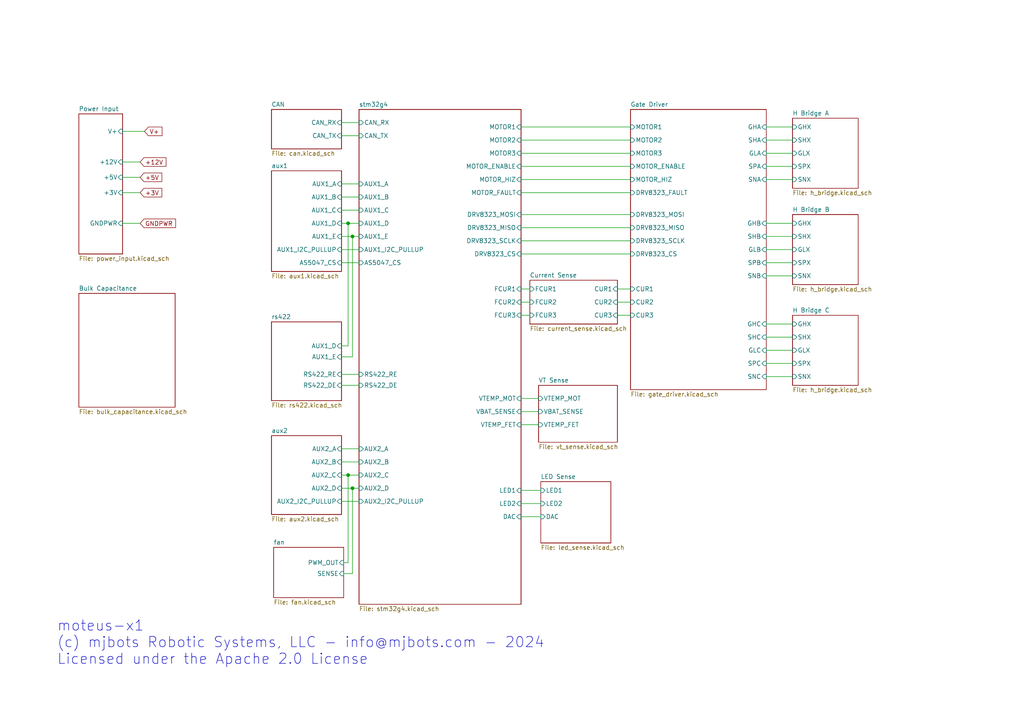
<source format=kicad_sch>
(kicad_sch
	(version 20231120)
	(generator "eeschema")
	(generator_version "8.0")
	(uuid "bd70986b-b0dc-4add-82aa-78459b97d0c4")
	(paper "A4")
	(title_block
		(title "moteus-x1")
		(rev "1")
	)
	(lib_symbols)
	(junction
		(at 102.235 68.58)
		(diameter 0)
		(color 0 0 0 0)
		(uuid "4689c3db-ac31-414a-9804-e465a338b3c6")
	)
	(junction
		(at 102.235 141.605)
		(diameter 0)
		(color 0 0 0 0)
		(uuid "a0ba279f-840b-4b8a-a1d2-1f12355bedd0")
	)
	(junction
		(at 100.965 137.795)
		(diameter 0)
		(color 0 0 0 0)
		(uuid "b9ad27d4-179b-4d5b-be88-a966dd1590a7")
	)
	(junction
		(at 100.965 64.77)
		(diameter 0)
		(color 0 0 0 0)
		(uuid "e329bc9e-c050-4a39-9337-0a905375fb9a")
	)
	(wire
		(pts
			(xy 222.25 40.64) (xy 229.87 40.64)
		)
		(stroke
			(width 0)
			(type default)
		)
		(uuid "0453d13e-9080-4435-bba4-fa9a0ddcebb0")
	)
	(wire
		(pts
			(xy 222.25 72.39) (xy 229.87 72.39)
		)
		(stroke
			(width 0)
			(type default)
		)
		(uuid "06cebf6d-32e3-4fe3-944f-1dadb524f351")
	)
	(wire
		(pts
			(xy 151.13 142.24) (xy 156.845 142.24)
		)
		(stroke
			(width 0)
			(type default)
		)
		(uuid "0ce49f48-dce4-4281-9bcf-a2df52ef3e9f")
	)
	(wire
		(pts
			(xy 99.695 163.195) (xy 100.965 163.195)
		)
		(stroke
			(width 0)
			(type default)
		)
		(uuid "0fec4b5f-6394-4fc2-9cc6-ba7dbb5c4d08")
	)
	(wire
		(pts
			(xy 222.25 101.6) (xy 229.87 101.6)
		)
		(stroke
			(width 0)
			(type default)
		)
		(uuid "1033ac11-18b4-4320-97dd-9f009dcd35e6")
	)
	(wire
		(pts
			(xy 102.235 103.505) (xy 102.235 68.58)
		)
		(stroke
			(width 0)
			(type default)
		)
		(uuid "16d3abe3-e0a5-48fe-95f2-379af004d475")
	)
	(wire
		(pts
			(xy 99.06 72.39) (xy 104.14 72.39)
		)
		(stroke
			(width 0)
			(type default)
		)
		(uuid "17ca9ca2-f5d1-4e76-b5a0-4f7567dde33a")
	)
	(wire
		(pts
			(xy 151.13 91.44) (xy 153.67 91.44)
		)
		(stroke
			(width 0)
			(type default)
		)
		(uuid "1865345f-fe97-471a-9109-72d0ada36363")
	)
	(wire
		(pts
			(xy 99.06 53.34) (xy 104.14 53.34)
		)
		(stroke
			(width 0)
			(type default)
		)
		(uuid "1ec38ec3-0093-4da9-b03a-57f768c9a937")
	)
	(wire
		(pts
			(xy 99.06 108.585) (xy 104.14 108.585)
		)
		(stroke
			(width 0)
			(type default)
		)
		(uuid "22b3dcc8-4c69-4214-bbb4-6b7132c04d24")
	)
	(wire
		(pts
			(xy 222.25 36.83) (xy 229.87 36.83)
		)
		(stroke
			(width 0)
			(type default)
		)
		(uuid "24001307-4503-463f-9e64-b03ff696eac6")
	)
	(wire
		(pts
			(xy 151.13 40.64) (xy 182.88 40.64)
		)
		(stroke
			(width 0)
			(type default)
		)
		(uuid "2c766db2-a1c1-4d45-882e-6e2b971b0721")
	)
	(wire
		(pts
			(xy 179.07 91.44) (xy 182.88 91.44)
		)
		(stroke
			(width 0)
			(type default)
		)
		(uuid "33b92c91-c855-4ed8-a118-03f490120128")
	)
	(wire
		(pts
			(xy 222.25 48.26) (xy 229.87 48.26)
		)
		(stroke
			(width 0)
			(type default)
		)
		(uuid "3697ced4-034c-4d38-9978-7841bc5ec705")
	)
	(wire
		(pts
			(xy 151.13 36.83) (xy 182.88 36.83)
		)
		(stroke
			(width 0)
			(type default)
		)
		(uuid "37eacf1f-e12b-449f-be81-415a3cf7c255")
	)
	(wire
		(pts
			(xy 99.06 64.77) (xy 100.965 64.77)
		)
		(stroke
			(width 0)
			(type default)
		)
		(uuid "3b070ee2-69ea-4a8e-8387-bce930f11d2c")
	)
	(wire
		(pts
			(xy 99.06 60.96) (xy 104.14 60.96)
		)
		(stroke
			(width 0)
			(type default)
		)
		(uuid "3c6cdbdd-80a6-4106-a104-ecf2b8dcdc78")
	)
	(wire
		(pts
			(xy 35.56 46.99) (xy 40.64 46.99)
		)
		(stroke
			(width 0)
			(type default)
		)
		(uuid "3f859729-98e6-45ff-883d-857a73e08075")
	)
	(wire
		(pts
			(xy 151.13 87.63) (xy 153.67 87.63)
		)
		(stroke
			(width 0)
			(type default)
		)
		(uuid "41888145-369c-4744-af8a-6f546c2f535e")
	)
	(wire
		(pts
			(xy 222.25 109.22) (xy 229.87 109.22)
		)
		(stroke
			(width 0)
			(type default)
		)
		(uuid "4206b13f-87f6-4911-a518-70be2f7bf3b6")
	)
	(wire
		(pts
			(xy 222.25 64.77) (xy 229.87 64.77)
		)
		(stroke
			(width 0)
			(type default)
		)
		(uuid "43830f74-4b7a-41f1-a6fd-b5d139b546fe")
	)
	(wire
		(pts
			(xy 35.56 64.77) (xy 40.64 64.77)
		)
		(stroke
			(width 0)
			(type default)
		)
		(uuid "463da0ce-dcdb-40a9-9496-18c3ea487abf")
	)
	(wire
		(pts
			(xy 179.07 87.63) (xy 182.88 87.63)
		)
		(stroke
			(width 0)
			(type default)
		)
		(uuid "481e7171-3215-4a72-925a-c2c2e16bec08")
	)
	(wire
		(pts
			(xy 99.06 137.795) (xy 100.965 137.795)
		)
		(stroke
			(width 0)
			(type default)
		)
		(uuid "4bccdd40-a79b-4a84-9488-170b62bc37aa")
	)
	(wire
		(pts
			(xy 99.06 111.76) (xy 104.14 111.76)
		)
		(stroke
			(width 0)
			(type default)
		)
		(uuid "4ca6e942-9117-4263-9c0b-70064f76c139")
	)
	(wire
		(pts
			(xy 151.13 83.82) (xy 153.67 83.82)
		)
		(stroke
			(width 0)
			(type default)
		)
		(uuid "4d9100c2-9bbc-45c4-beb1-738fa3de1d21")
	)
	(wire
		(pts
			(xy 222.25 97.79) (xy 229.87 97.79)
		)
		(stroke
			(width 0)
			(type default)
		)
		(uuid "4e3b4b01-870a-4a40-8b1d-bd18afe20538")
	)
	(wire
		(pts
			(xy 99.06 39.37) (xy 104.14 39.37)
		)
		(stroke
			(width 0)
			(type default)
		)
		(uuid "4e9818c5-7afe-4557-93db-958cbe51a646")
	)
	(wire
		(pts
			(xy 99.06 103.505) (xy 102.235 103.505)
		)
		(stroke
			(width 0)
			(type default)
		)
		(uuid "4f86bcd5-b129-4485-94a9-d3e4782a9e55")
	)
	(wire
		(pts
			(xy 99.06 76.2) (xy 104.14 76.2)
		)
		(stroke
			(width 0)
			(type default)
		)
		(uuid "53d35f48-69dd-4635-80ca-a660570cf0ad")
	)
	(wire
		(pts
			(xy 222.25 93.98) (xy 229.87 93.98)
		)
		(stroke
			(width 0)
			(type default)
		)
		(uuid "599dc9c1-f4f2-4c7a-9e70-5695e720f4be")
	)
	(wire
		(pts
			(xy 151.13 149.86) (xy 156.845 149.86)
		)
		(stroke
			(width 0)
			(type default)
		)
		(uuid "5e6f1ca1-1a80-47a4-a51c-517d5d70a497")
	)
	(wire
		(pts
			(xy 99.06 141.605) (xy 102.235 141.605)
		)
		(stroke
			(width 0)
			(type default)
		)
		(uuid "5ffd32fc-61c8-4e9c-bb5f-3b8d9b302d51")
	)
	(wire
		(pts
			(xy 151.13 146.05) (xy 156.845 146.05)
		)
		(stroke
			(width 0)
			(type default)
		)
		(uuid "60edda18-6d18-461e-8d25-f564d22a903a")
	)
	(wire
		(pts
			(xy 100.965 64.77) (xy 104.14 64.77)
		)
		(stroke
			(width 0)
			(type default)
		)
		(uuid "657031fc-ecd2-4c7f-9aff-b52425709fa0")
	)
	(wire
		(pts
			(xy 222.25 80.01) (xy 229.87 80.01)
		)
		(stroke
			(width 0)
			(type default)
		)
		(uuid "66322f1e-d1e0-4ec7-81b9-3a270ade5f8c")
	)
	(wire
		(pts
			(xy 222.25 44.45) (xy 229.87 44.45)
		)
		(stroke
			(width 0)
			(type default)
		)
		(uuid "764fc7a8-bd12-4cc1-8ba1-5aff1b2b240b")
	)
	(wire
		(pts
			(xy 179.07 83.82) (xy 182.88 83.82)
		)
		(stroke
			(width 0)
			(type default)
		)
		(uuid "796052cc-1a7f-4514-98b6-70235abdc736")
	)
	(wire
		(pts
			(xy 40.64 51.435) (xy 35.56 51.435)
		)
		(stroke
			(width 0)
			(type default)
		)
		(uuid "7a8aadcc-5b3d-488b-9981-a84a479324f6")
	)
	(wire
		(pts
			(xy 222.25 52.07) (xy 229.87 52.07)
		)
		(stroke
			(width 0)
			(type default)
		)
		(uuid "7c61daa9-f799-456f-aa33-deedbfa81e41")
	)
	(wire
		(pts
			(xy 222.25 76.2) (xy 229.87 76.2)
		)
		(stroke
			(width 0)
			(type default)
		)
		(uuid "844bbc3c-0f96-4d71-8729-f785ceede3ba")
	)
	(wire
		(pts
			(xy 99.06 130.175) (xy 104.14 130.175)
		)
		(stroke
			(width 0)
			(type default)
		)
		(uuid "869587b4-4881-478f-87cc-752617f71beb")
	)
	(wire
		(pts
			(xy 151.13 55.88) (xy 182.88 55.88)
		)
		(stroke
			(width 0)
			(type default)
		)
		(uuid "89048943-3ced-45eb-a09b-1b1c89518b0b")
	)
	(wire
		(pts
			(xy 151.13 115.57) (xy 156.21 115.57)
		)
		(stroke
			(width 0)
			(type default)
		)
		(uuid "8cb62fdb-6ac5-4472-9cd8-cfded8ae8821")
	)
	(wire
		(pts
			(xy 151.13 48.26) (xy 182.88 48.26)
		)
		(stroke
			(width 0)
			(type default)
		)
		(uuid "8d1a773c-86e9-4e11-a028-6c6e0603cc6c")
	)
	(wire
		(pts
			(xy 104.14 137.795) (xy 100.965 137.795)
		)
		(stroke
			(width 0)
			(type default)
		)
		(uuid "8e04615e-cfe3-4f53-8325-66a4d9dd5b56")
	)
	(wire
		(pts
			(xy 99.06 133.985) (xy 104.14 133.985)
		)
		(stroke
			(width 0)
			(type default)
		)
		(uuid "8e0fcd82-4b50-4163-8f7c-231110330791")
	)
	(wire
		(pts
			(xy 151.13 62.23) (xy 182.88 62.23)
		)
		(stroke
			(width 0)
			(type default)
		)
		(uuid "8fa66462-4b3c-45ac-bf48-f15ee54cc6ff")
	)
	(wire
		(pts
			(xy 100.965 100.33) (xy 100.965 64.77)
		)
		(stroke
			(width 0)
			(type default)
		)
		(uuid "90162156-f18e-4a37-8b98-8ba5d819a3d5")
	)
	(wire
		(pts
			(xy 151.13 44.45) (xy 182.88 44.45)
		)
		(stroke
			(width 0)
			(type default)
		)
		(uuid "9088ed93-83bb-4519-9ee2-11879f8b914b")
	)
	(wire
		(pts
			(xy 99.06 35.56) (xy 104.14 35.56)
		)
		(stroke
			(width 0)
			(type default)
		)
		(uuid "931315d6-f4ac-478d-a428-b38de7e51198")
	)
	(wire
		(pts
			(xy 99.06 145.415) (xy 104.14 145.415)
		)
		(stroke
			(width 0)
			(type default)
		)
		(uuid "9408c1d2-8bfa-4a29-8ea1-0040de5150b0")
	)
	(wire
		(pts
			(xy 99.695 166.37) (xy 102.235 166.37)
		)
		(stroke
			(width 0)
			(type default)
		)
		(uuid "96035254-71d4-44d4-b962-d65a5aa36dfa")
	)
	(wire
		(pts
			(xy 102.235 166.37) (xy 102.235 141.605)
		)
		(stroke
			(width 0)
			(type default)
		)
		(uuid "9ca3ba3e-72d0-47fc-8bb9-6acf763947e2")
	)
	(wire
		(pts
			(xy 151.13 73.66) (xy 182.88 73.66)
		)
		(stroke
			(width 0)
			(type default)
		)
		(uuid "9cf5a255-a134-4763-929c-8318b91128be")
	)
	(wire
		(pts
			(xy 151.13 52.07) (xy 182.88 52.07)
		)
		(stroke
			(width 0)
			(type default)
		)
		(uuid "ab89158e-aba2-44de-a418-05120789495b")
	)
	(wire
		(pts
			(xy 222.25 68.58) (xy 229.87 68.58)
		)
		(stroke
			(width 0)
			(type default)
		)
		(uuid "b48d51bc-f669-43b6-8c37-2ef52649d2f0")
	)
	(wire
		(pts
			(xy 222.25 105.41) (xy 229.87 105.41)
		)
		(stroke
			(width 0)
			(type default)
		)
		(uuid "b5c047f6-e70c-4f04-908a-cd6e9a92216a")
	)
	(wire
		(pts
			(xy 99.06 57.15) (xy 104.14 57.15)
		)
		(stroke
			(width 0)
			(type default)
		)
		(uuid "bc91fbdf-b599-44b8-96ae-226361219fcf")
	)
	(wire
		(pts
			(xy 35.56 38.1) (xy 41.91 38.1)
		)
		(stroke
			(width 0)
			(type default)
		)
		(uuid "c645c1ee-d10f-4128-b488-78b7aae92737")
	)
	(wire
		(pts
			(xy 151.13 123.19) (xy 156.21 123.19)
		)
		(stroke
			(width 0)
			(type default)
		)
		(uuid "c71b479f-003b-4ff8-abd1-9c02abe4a90c")
	)
	(wire
		(pts
			(xy 99.06 68.58) (xy 102.235 68.58)
		)
		(stroke
			(width 0)
			(type default)
		)
		(uuid "d2c7d05b-e2e1-4628-9e2f-9f550c4a3d62")
	)
	(wire
		(pts
			(xy 102.235 141.605) (xy 104.14 141.605)
		)
		(stroke
			(width 0)
			(type default)
		)
		(uuid "d5eb863a-8961-4b2f-8550-ac4476205fb0")
	)
	(wire
		(pts
			(xy 40.64 55.88) (xy 35.56 55.88)
		)
		(stroke
			(width 0)
			(type default)
		)
		(uuid "da315b48-ff91-4de0-b484-94bca6b894c0")
	)
	(wire
		(pts
			(xy 102.235 68.58) (xy 104.14 68.58)
		)
		(stroke
			(width 0)
			(type default)
		)
		(uuid "dae3a6fd-1310-4a56-bfe1-b93193e8ad1c")
	)
	(wire
		(pts
			(xy 99.06 100.33) (xy 100.965 100.33)
		)
		(stroke
			(width 0)
			(type default)
		)
		(uuid "e1ffc145-2993-4132-9267-d33ab46d6d6a")
	)
	(wire
		(pts
			(xy 151.13 119.38) (xy 156.21 119.38)
		)
		(stroke
			(width 0)
			(type default)
		)
		(uuid "ed03b628-99ad-49fb-8a6a-d0df7f5c5d1d")
	)
	(wire
		(pts
			(xy 151.13 69.85) (xy 182.88 69.85)
		)
		(stroke
			(width 0)
			(type default)
		)
		(uuid "f6009420-031e-4fc5-8440-c0e7ea54997e")
	)
	(wire
		(pts
			(xy 100.965 163.195) (xy 100.965 137.795)
		)
		(stroke
			(width 0)
			(type default)
		)
		(uuid "f80926b3-4747-4ada-a77e-075a189caf68")
	)
	(wire
		(pts
			(xy 151.13 66.04) (xy 182.88 66.04)
		)
		(stroke
			(width 0)
			(type default)
		)
		(uuid "ff2d98f1-52a1-4f36-89cb-d629dd695026")
	)
	(text "moteus-x1\n(c) mjbots Robotic Systems, LLC - info@mjbots.com - 2024\nLicensed under the Apache 2.0 License"
		(exclude_from_sim no)
		(at 16.51 193.04 0)
		(effects
			(font
				(size 3 3)
			)
			(justify left bottom)
		)
		(uuid "e1dda6fd-0178-41ae-8fbc-01df90c7fa5a")
	)
	(global_label "+3V"
		(shape input)
		(at 40.64 55.88 0)
		(fields_autoplaced yes)
		(effects
			(font
				(size 1.27 1.27)
			)
			(justify left)
		)
		(uuid "0add2a8d-7d75-4b82-9400-a19b1f33875f")
		(property "Intersheetrefs" "${INTERSHEET_REFS}"
			(at 47.4957 55.88 0)
			(effects
				(font
					(size 1.27 1.27)
				)
				(justify left)
				(hide yes)
			)
		)
	)
	(global_label "+12V"
		(shape input)
		(at 40.64 46.99 0)
		(fields_autoplaced yes)
		(effects
			(font
				(size 1.27 1.27)
			)
			(justify left)
		)
		(uuid "0f46e516-e452-4ecf-a4b8-5e9fd40e0d1d")
		(property "Intersheetrefs" "${INTERSHEET_REFS}"
			(at 48.7052 46.99 0)
			(effects
				(font
					(size 1.27 1.27)
				)
				(justify left)
				(hide yes)
			)
		)
	)
	(global_label "V+"
		(shape input)
		(at 41.91 38.1 0)
		(fields_autoplaced yes)
		(effects
			(font
				(size 1.27 1.27)
			)
			(justify left)
		)
		(uuid "67f96dfa-4157-4fdb-9391-d94043ef23e9")
		(property "Intersheetrefs" "${INTERSHEET_REFS}"
			(at 47.5562 38.1 0)
			(effects
				(font
					(size 1.27 1.27)
				)
				(justify left)
				(hide yes)
			)
		)
	)
	(global_label "+5V"
		(shape input)
		(at 40.64 51.435 0)
		(fields_autoplaced yes)
		(effects
			(font
				(size 1.27 1.27)
			)
			(justify left)
		)
		(uuid "6d3719a9-59ed-46ce-bdcb-f5077188ce3b")
		(property "Intersheetrefs" "${INTERSHEET_REFS}"
			(at 47.4957 51.435 0)
			(effects
				(font
					(size 1.27 1.27)
				)
				(justify left)
				(hide yes)
			)
		)
	)
	(global_label "GNDPWR"
		(shape input)
		(at 40.64 64.77 0)
		(fields_autoplaced yes)
		(effects
			(font
				(size 1.27 1.27)
			)
			(justify left)
		)
		(uuid "6e68f8c3-fd1f-4ce1-8a3b-28de0a918834")
		(property "Intersheetrefs" "${INTERSHEET_REFS}"
			(at 51.4871 64.77 0)
			(effects
				(font
					(size 1.27 1.27)
				)
				(justify left)
				(hide yes)
			)
		)
	)
	(sheet
		(at 156.21 111.76)
		(size 22.86 16.51)
		(fields_autoplaced yes)
		(stroke
			(width 0.1524)
			(type solid)
		)
		(fill
			(color 0 0 0 0.0000)
		)
		(uuid "48d13d89-b8be-47a2-a862-a49a2f59de27")
		(property "Sheetname" "VT Sense"
			(at 156.21 111.0484 0)
			(effects
				(font
					(size 1.27 1.27)
				)
				(justify left bottom)
			)
		)
		(property "Sheetfile" "vt_sense.kicad_sch"
			(at 156.21 128.8546 0)
			(effects
				(font
					(size 1.27 1.27)
				)
				(justify left top)
			)
		)
		(pin "VBAT_SENSE" input
			(at 156.21 119.38 180)
			(effects
				(font
					(size 1.27 1.27)
				)
				(justify left)
			)
			(uuid "bbb3b8f2-9534-4eeb-9b65-d8eddf54a171")
		)
		(pin "VTEMP_FET" input
			(at 156.21 123.19 180)
			(effects
				(font
					(size 1.27 1.27)
				)
				(justify left)
			)
			(uuid "29ddb265-c2e5-47df-b2a3-3d3d9f45eeb5")
		)
		(pin "VTEMP_MOT" input
			(at 156.21 115.57 180)
			(effects
				(font
					(size 1.27 1.27)
				)
				(justify left)
			)
			(uuid "f9c92c9e-6521-4e64-890d-03497dfa20b6")
		)
		(instances
			(project "moteus_x1"
				(path "/bd70986b-b0dc-4add-82aa-78459b97d0c4"
					(page "10")
				)
			)
		)
	)
	(sheet
		(at 156.845 139.7)
		(size 20.32 17.78)
		(fields_autoplaced yes)
		(stroke
			(width 0.1524)
			(type solid)
		)
		(fill
			(color 0 0 0 0.0000)
		)
		(uuid "54136a62-2cda-4bb6-b3b3-758464ba372d")
		(property "Sheetname" "LED Sense"
			(at 156.845 138.9884 0)
			(effects
				(font
					(size 1.27 1.27)
				)
				(justify left bottom)
			)
		)
		(property "Sheetfile" "led_sense.kicad_sch"
			(at 156.845 158.0646 0)
			(effects
				(font
					(size 1.27 1.27)
				)
				(justify left top)
			)
		)
		(pin "LED1" input
			(at 156.845 142.24 180)
			(effects
				(font
					(size 1.27 1.27)
				)
				(justify left)
			)
			(uuid "52014f76-d07a-4d42-9dcc-359e348e63d2")
		)
		(pin "LED2" input
			(at 156.845 146.05 180)
			(effects
				(font
					(size 1.27 1.27)
				)
				(justify left)
			)
			(uuid "3d783969-8eaf-44bf-9cb0-c9f481e259b3")
		)
		(pin "DAC" input
			(at 156.845 149.86 180)
			(effects
				(font
					(size 1.27 1.27)
				)
				(justify left)
			)
			(uuid "e9898270-2802-41e2-aed1-92397e843c02")
		)
		(instances
			(project "moteus_x1"
				(path "/bd70986b-b0dc-4add-82aa-78459b97d0c4"
					(page "13")
				)
			)
		)
	)
	(sheet
		(at 104.14 31.75)
		(size 46.99 143.51)
		(fields_autoplaced yes)
		(stroke
			(width 0.1524)
			(type solid)
		)
		(fill
			(color 0 0 0 0.0000)
		)
		(uuid "5e769ee1-ce48-46cf-88a7-f438acd37f48")
		(property "Sheetname" "stm32g4"
			(at 104.14 31.0384 0)
			(effects
				(font
					(size 1.27 1.27)
				)
				(justify left bottom)
			)
		)
		(property "Sheetfile" "stm32g4.kicad_sch"
			(at 104.14 175.8446 0)
			(effects
				(font
					(size 1.27 1.27)
				)
				(justify left top)
			)
		)
		(pin "MOTOR1" input
			(at 151.13 36.83 0)
			(effects
				(font
					(size 1.27 1.27)
				)
				(justify right)
			)
			(uuid "70b10a71-a2e0-4954-a4d1-22aa9ee706f2")
		)
		(pin "MOTOR2" input
			(at 151.13 40.64 0)
			(effects
				(font
					(size 1.27 1.27)
				)
				(justify right)
			)
			(uuid "a3918b9f-bb98-4d3d-a359-83606ffa795e")
		)
		(pin "MOTOR3" input
			(at 151.13 44.45 0)
			(effects
				(font
					(size 1.27 1.27)
				)
				(justify right)
			)
			(uuid "320f647b-4662-4273-9ab7-8ea6029950cb")
		)
		(pin "FCUR1" input
			(at 151.13 83.82 0)
			(effects
				(font
					(size 1.27 1.27)
				)
				(justify right)
			)
			(uuid "0b64a39d-f353-4b46-9823-f94021a998cd")
		)
		(pin "FCUR2" input
			(at 151.13 87.63 0)
			(effects
				(font
					(size 1.27 1.27)
				)
				(justify right)
			)
			(uuid "0614a92f-826d-43ce-babd-f4b388ad4f5c")
		)
		(pin "DAC" input
			(at 151.13 149.86 0)
			(effects
				(font
					(size 1.27 1.27)
				)
				(justify right)
			)
			(uuid "4a4b986d-a676-4b7b-9a60-fb3218282e47")
		)
		(pin "AUX1_A" input
			(at 104.14 53.34 180)
			(effects
				(font
					(size 1.27 1.27)
				)
				(justify left)
			)
			(uuid "a27b1f1c-6a1d-49e4-9b87-01420245adbc")
		)
		(pin "VTEMP_MOT" input
			(at 151.13 115.57 0)
			(effects
				(font
					(size 1.27 1.27)
				)
				(justify right)
			)
			(uuid "b581ba8a-b98a-45f7-8dfc-9b74f99d3f59")
		)
		(pin "VBAT_SENSE" input
			(at 151.13 119.38 0)
			(effects
				(font
					(size 1.27 1.27)
				)
				(justify right)
			)
			(uuid "981d6cda-c12b-44fa-9295-757ae7cc6947")
		)
		(pin "AUX2_B" input
			(at 104.14 133.985 180)
			(effects
				(font
					(size 1.27 1.27)
				)
				(justify left)
			)
			(uuid "67889a2c-1018-4604-8628-d4a74123c04e")
		)
		(pin "AUX2_C" input
			(at 104.14 137.795 180)
			(effects
				(font
					(size 1.27 1.27)
				)
				(justify left)
			)
			(uuid "6ddc16a0-38c2-46cf-b91c-e6ef3a427c96")
		)
		(pin "AUX1_C" input
			(at 104.14 60.96 180)
			(effects
				(font
					(size 1.27 1.27)
				)
				(justify left)
			)
			(uuid "0f1a3287-731b-4b29-98c1-99e55d046400")
		)
		(pin "MOTOR_ENABLE" input
			(at 151.13 48.26 0)
			(effects
				(font
					(size 1.27 1.27)
				)
				(justify right)
			)
			(uuid "edecaf73-408c-4ae5-b7d2-88dffd5a12dc")
		)
		(pin "MOTOR_HIZ" input
			(at 151.13 52.07 0)
			(effects
				(font
					(size 1.27 1.27)
				)
				(justify right)
			)
			(uuid "40c45712-b27d-4748-9ba4-bc903559b253")
		)
		(pin "AUX2_A" input
			(at 104.14 130.175 180)
			(effects
				(font
					(size 1.27 1.27)
				)
				(justify left)
			)
			(uuid "1379d3fe-5875-465d-bffb-51da10eff678")
		)
		(pin "DRV8323_MOSI" input
			(at 151.13 62.23 0)
			(effects
				(font
					(size 1.27 1.27)
				)
				(justify right)
			)
			(uuid "b946a3ec-d305-4545-bf6f-dbb5bd44ae84")
		)
		(pin "DRV8323_MISO" input
			(at 151.13 66.04 0)
			(effects
				(font
					(size 1.27 1.27)
				)
				(justify right)
			)
			(uuid "a4d4cc57-8812-4745-adac-316b3088919f")
		)
		(pin "DRV8323_SCLK" input
			(at 151.13 69.85 0)
			(effects
				(font
					(size 1.27 1.27)
				)
				(justify right)
			)
			(uuid "a4bd8c15-cf04-4587-98f7-f1052c579b2a")
		)
		(pin "LED2" input
			(at 151.13 146.05 0)
			(effects
				(font
					(size 1.27 1.27)
				)
				(justify right)
			)
			(uuid "95d6c0cf-3bd7-418e-a962-1e5190d82c69")
		)
		(pin "MOTOR_FAULT" input
			(at 151.13 55.88 0)
			(effects
				(font
					(size 1.27 1.27)
				)
				(justify right)
			)
			(uuid "ca9ba732-a542-4e75-af73-82a967674198")
		)
		(pin "LED1" input
			(at 151.13 142.24 0)
			(effects
				(font
					(size 1.27 1.27)
				)
				(justify right)
			)
			(uuid "5a7844ef-15cb-411f-8416-633f0f23ed6a")
		)
		(pin "DRV8323_CS" input
			(at 151.13 73.66 0)
			(effects
				(font
					(size 1.27 1.27)
				)
				(justify right)
			)
			(uuid "f8e8da0b-0bb8-4137-a3a0-055648f6bad9")
		)
		(pin "AUX2_I2C_PULLUP" input
			(at 104.14 145.415 180)
			(effects
				(font
					(size 1.27 1.27)
				)
				(justify left)
			)
			(uuid "486bf4e6-54b1-447f-b3ae-8bc8eb01547f")
		)
		(pin "AUX1_D" input
			(at 104.14 64.77 180)
			(effects
				(font
					(size 1.27 1.27)
				)
				(justify left)
			)
			(uuid "605363f5-0c18-49ae-bd7b-126f26df7c05")
		)
		(pin "AS5047_CS" input
			(at 104.14 76.2 180)
			(effects
				(font
					(size 1.27 1.27)
				)
				(justify left)
			)
			(uuid "766ff0cd-27bf-4478-99e6-8d3be7d90359")
		)
		(pin "AUX1_E" input
			(at 104.14 68.58 180)
			(effects
				(font
					(size 1.27 1.27)
				)
				(justify left)
			)
			(uuid "d8c6b48f-5e4e-42f9-a173-c5ab047468a6")
		)
		(pin "FCUR3" input
			(at 151.13 91.44 0)
			(effects
				(font
					(size 1.27 1.27)
				)
				(justify right)
			)
			(uuid "035b8ab7-f6a2-402b-b947-54360fbb5b7f")
		)
		(pin "AUX1_B" input
			(at 104.14 57.15 180)
			(effects
				(font
					(size 1.27 1.27)
				)
				(justify left)
			)
			(uuid "b2947f30-6eab-4d95-968f-ea444871da86")
		)
		(pin "CAN_RX" input
			(at 104.14 35.56 180)
			(effects
				(font
					(size 1.27 1.27)
				)
				(justify left)
			)
			(uuid "36a405e7-1f4f-4e5f-9456-2728b76ceb9e")
		)
		(pin "CAN_TX" input
			(at 104.14 39.37 180)
			(effects
				(font
					(size 1.27 1.27)
				)
				(justify left)
			)
			(uuid "e315c754-abdb-43a3-a2b3-715febb28294")
		)
		(pin "VTEMP_FET" input
			(at 151.13 123.19 0)
			(effects
				(font
					(size 1.27 1.27)
				)
				(justify right)
			)
			(uuid "ab8d41a5-2379-41c5-bf67-e3683889fbd2")
		)
		(pin "AUX2_D" input
			(at 104.14 141.605 180)
			(effects
				(font
					(size 1.27 1.27)
				)
				(justify left)
			)
			(uuid "405b8ec8-1386-4b8c-b178-4c38c3bd5f3e")
		)
		(pin "AUX1_I2C_PULLUP" input
			(at 104.14 72.39 180)
			(effects
				(font
					(size 1.27 1.27)
				)
				(justify left)
			)
			(uuid "31b3a625-5a12-4e02-9f3f-dc793bd4ce26")
		)
		(pin "RS422_DE" input
			(at 104.14 111.76 180)
			(effects
				(font
					(size 1.27 1.27)
				)
				(justify left)
			)
			(uuid "6c42741f-b19d-47f9-aa8d-0ef73c0b077c")
		)
		(pin "RS422_RE" input
			(at 104.14 108.585 180)
			(effects
				(font
					(size 1.27 1.27)
				)
				(justify left)
			)
			(uuid "948d214b-1fe2-480a-9e5d-b0dfd461c819")
		)
		(instances
			(project "moteus_x1"
				(path "/bd70986b-b0dc-4add-82aa-78459b97d0c4"
					(page "3")
				)
			)
		)
	)
	(sheet
		(at 229.87 62.23)
		(size 19.05 20.32)
		(fields_autoplaced yes)
		(stroke
			(width 0.1524)
			(type solid)
		)
		(fill
			(color 0 0 0 0.0000)
		)
		(uuid "84723ca0-3c55-4a96-8456-927d28db47e5")
		(property "Sheetname" "H Bridge B"
			(at 229.87 61.5184 0)
			(effects
				(font
					(size 1.27 1.27)
				)
				(justify left bottom)
			)
		)
		(property "Sheetfile" "h_bridge.kicad_sch"
			(at 229.87 83.1346 0)
			(effects
				(font
					(size 1.27 1.27)
				)
				(justify left top)
			)
		)
		(pin "SHX" input
			(at 229.87 68.58 180)
			(effects
				(font
					(size 1.27 1.27)
				)
				(justify left)
			)
			(uuid "c6675c63-31be-45e4-9072-833e423689f2")
		)
		(pin "GHX" input
			(at 229.87 64.77 180)
			(effects
				(font
					(size 1.27 1.27)
				)
				(justify left)
			)
			(uuid "9457bccb-d9ab-4c1a-9996-38d8850ad9e8")
		)
		(pin "SPX" input
			(at 229.87 76.2 180)
			(effects
				(font
					(size 1.27 1.27)
				)
				(justify left)
			)
			(uuid "e13f62bf-8430-4a83-a6a5-a169d1c6dab0")
		)
		(pin "SNX" input
			(at 229.87 80.01 180)
			(effects
				(font
					(size 1.27 1.27)
				)
				(justify left)
			)
			(uuid "d9089f49-9cbd-44fd-a6e9-b8b150684293")
		)
		(pin "GLX" input
			(at 229.87 72.39 180)
			(effects
				(font
					(size 1.27 1.27)
				)
				(justify left)
			)
			(uuid "b5408892-1a1c-48a6-9e11-af4703d58c75")
		)
		(instances
			(project "moteus_x1"
				(path "/bd70986b-b0dc-4add-82aa-78459b97d0c4"
					(page "6")
				)
			)
		)
	)
	(sheet
		(at 22.86 85.09)
		(size 27.94 33.02)
		(fields_autoplaced yes)
		(stroke
			(width 0.1524)
			(type solid)
		)
		(fill
			(color 0 0 0 0.0000)
		)
		(uuid "87da30b6-f12f-4b45-8295-412e1241022b")
		(property "Sheetname" "Bulk Capacitance"
			(at 22.86 84.3784 0)
			(effects
				(font
					(size 1.27 1.27)
				)
				(justify left bottom)
			)
		)
		(property "Sheetfile" "bulk_capacitance.kicad_sch"
			(at 22.86 118.6946 0)
			(effects
				(font
					(size 1.27 1.27)
				)
				(justify left top)
			)
		)
		(instances
			(project "moteus_x1"
				(path "/bd70986b-b0dc-4add-82aa-78459b97d0c4"
					(page "14")
				)
			)
		)
	)
	(sheet
		(at 78.74 93.345)
		(size 20.32 22.86)
		(fields_autoplaced yes)
		(stroke
			(width 0.1524)
			(type solid)
		)
		(fill
			(color 0 0 0 0.0000)
		)
		(uuid "8edbb808-061d-4e21-8743-462f7ee65158")
		(property "Sheetname" "rs422"
			(at 78.74 92.6334 0)
			(effects
				(font
					(size 1.27 1.27)
				)
				(justify left bottom)
			)
		)
		(property "Sheetfile" "rs422.kicad_sch"
			(at 78.74 116.7896 0)
			(effects
				(font
					(size 1.27 1.27)
				)
				(justify left top)
			)
		)
		(pin "AUX1_E" input
			(at 99.06 103.505 0)
			(effects
				(font
					(size 1.27 1.27)
				)
				(justify right)
			)
			(uuid "2a0cdb19-d1ff-4507-8ddb-d5bcf9f1c3c1")
		)
		(pin "RS422_DE" input
			(at 99.06 111.76 0)
			(effects
				(font
					(size 1.27 1.27)
				)
				(justify right)
			)
			(uuid "0efc1a9e-b657-4690-9128-805f9c146d37")
		)
		(pin "RS422_RE" input
			(at 99.06 108.585 0)
			(effects
				(font
					(size 1.27 1.27)
				)
				(justify right)
			)
			(uuid "c6347203-94d8-4051-ab66-d11764cc698f")
		)
		(pin "AUX1_D" input
			(at 99.06 100.33 0)
			(effects
				(font
					(size 1.27 1.27)
				)
				(justify right)
			)
			(uuid "def7e3a7-bce9-4ee3-9b6d-b93f5cc873af")
		)
		(instances
			(project "moteus_x1"
				(path "/bd70986b-b0dc-4add-82aa-78459b97d0c4"
					(page "15")
				)
			)
		)
	)
	(sheet
		(at 229.87 91.44)
		(size 19.05 20.32)
		(fields_autoplaced yes)
		(stroke
			(width 0.1524)
			(type solid)
		)
		(fill
			(color 0 0 0 0.0000)
		)
		(uuid "925a84d2-19c0-462d-bae4-aa3034c06df6")
		(property "Sheetname" "H Bridge C"
			(at 229.87 90.7284 0)
			(effects
				(font
					(size 1.27 1.27)
				)
				(justify left bottom)
			)
		)
		(property "Sheetfile" "h_bridge.kicad_sch"
			(at 229.87 112.3446 0)
			(effects
				(font
					(size 1.27 1.27)
				)
				(justify left top)
			)
		)
		(pin "SHX" input
			(at 229.87 97.79 180)
			(effects
				(font
					(size 1.27 1.27)
				)
				(justify left)
			)
			(uuid "da7b01af-2d6b-4bef-8fd9-d3aef9cb7b42")
		)
		(pin "GHX" input
			(at 229.87 93.98 180)
			(effects
				(font
					(size 1.27 1.27)
				)
				(justify left)
			)
			(uuid "a2669cb3-7fcf-4b73-b3e8-74851dda05b5")
		)
		(pin "SPX" input
			(at 229.87 105.41 180)
			(effects
				(font
					(size 1.27 1.27)
				)
				(justify left)
			)
			(uuid "74cd9d0c-7475-4fa0-963d-cac619f13b8e")
		)
		(pin "SNX" input
			(at 229.87 109.22 180)
			(effects
				(font
					(size 1.27 1.27)
				)
				(justify left)
			)
			(uuid "7f2ac8ac-023e-482b-9e2b-a5521ccb53a7")
		)
		(pin "GLX" input
			(at 229.87 101.6 180)
			(effects
				(font
					(size 1.27 1.27)
				)
				(justify left)
			)
			(uuid "cb3158f0-f0e0-4b21-8273-f415b0a53b42")
		)
		(instances
			(project "moteus_x1"
				(path "/bd70986b-b0dc-4add-82aa-78459b97d0c4"
					(page "7")
				)
			)
		)
	)
	(sheet
		(at 78.74 126.365)
		(size 20.32 22.86)
		(fields_autoplaced yes)
		(stroke
			(width 0.1524)
			(type solid)
		)
		(fill
			(color 0 0 0 0.0000)
		)
		(uuid "acdbdec5-9b31-4472-ad9c-e25ff8f3815b")
		(property "Sheetname" "aux2"
			(at 78.74 125.6534 0)
			(effects
				(font
					(size 1.27 1.27)
				)
				(justify left bottom)
			)
		)
		(property "Sheetfile" "aux2.kicad_sch"
			(at 78.74 149.8096 0)
			(effects
				(font
					(size 1.27 1.27)
				)
				(justify left top)
			)
		)
		(pin "AUX2_A" input
			(at 99.06 130.175 0)
			(effects
				(font
					(size 1.27 1.27)
				)
				(justify right)
			)
			(uuid "bf0c5ac7-e1da-40bf-be5b-fd5cf04f522c")
		)
		(pin "AUX2_D" input
			(at 99.06 141.605 0)
			(effects
				(font
					(size 1.27 1.27)
				)
				(justify right)
			)
			(uuid "96ecb92a-1ee2-4d17-b0c7-c1d08a2c4183")
		)
		(pin "AUX2_C" input
			(at 99.06 137.795 0)
			(effects
				(font
					(size 1.27 1.27)
				)
				(justify right)
			)
			(uuid "1420074e-547b-44a0-9943-9ab6fd61b86a")
		)
		(pin "AUX2_B" input
			(at 99.06 133.985 0)
			(effects
				(font
					(size 1.27 1.27)
				)
				(justify right)
			)
			(uuid "7ff80d0e-df2e-4b69-b91b-f61fdf2c9d7c")
		)
		(pin "AUX2_I2C_PULLUP" input
			(at 99.06 145.415 0)
			(effects
				(font
					(size 1.27 1.27)
				)
				(justify right)
			)
			(uuid "1f11fc10-4685-4ebe-9571-0596cbb48a80")
		)
		(instances
			(project "moteus_x1"
				(path "/bd70986b-b0dc-4add-82aa-78459b97d0c4"
					(page "11")
				)
			)
		)
	)
	(sheet
		(at 153.67 81.28)
		(size 25.4 12.7)
		(fields_autoplaced yes)
		(stroke
			(width 0.1524)
			(type solid)
		)
		(fill
			(color 0 0 0 0.0000)
		)
		(uuid "adfb1ba9-8cbb-4111-b231-612817615ad7")
		(property "Sheetname" "Current Sense"
			(at 153.67 80.5684 0)
			(effects
				(font
					(size 1.27 1.27)
				)
				(justify left bottom)
			)
		)
		(property "Sheetfile" "current_sense.kicad_sch"
			(at 153.67 94.5646 0)
			(effects
				(font
					(size 1.27 1.27)
				)
				(justify left top)
			)
		)
		(pin "CUR3" input
			(at 179.07 91.44 0)
			(effects
				(font
					(size 1.27 1.27)
				)
				(justify right)
			)
			(uuid "ddb6cf6d-ff5d-4606-88d3-f6475f2656c0")
		)
		(pin "CUR2" input
			(at 179.07 87.63 0)
			(effects
				(font
					(size 1.27 1.27)
				)
				(justify right)
			)
			(uuid "d9a31b58-e696-46f0-be42-5b4f7feb43dc")
		)
		(pin "CUR1" input
			(at 179.07 83.82 0)
			(effects
				(font
					(size 1.27 1.27)
				)
				(justify right)
			)
			(uuid "1abaafd8-95c8-4802-ae61-b4e0896f9237")
		)
		(pin "FCUR1" input
			(at 153.67 83.82 180)
			(effects
				(font
					(size 1.27 1.27)
				)
				(justify left)
			)
			(uuid "1fb7c95f-53b0-4e00-a52d-3dd6b651e86a")
		)
		(pin "FCUR3" input
			(at 153.67 91.44 180)
			(effects
				(font
					(size 1.27 1.27)
				)
				(justify left)
			)
			(uuid "8af399a1-f321-4e0b-854e-5bcf5161bfdb")
		)
		(pin "FCUR2" input
			(at 153.67 87.63 180)
			(effects
				(font
					(size 1.27 1.27)
				)
				(justify left)
			)
			(uuid "b2faca98-51d0-4a25-bbe9-fe26b738774d")
		)
		(instances
			(project "moteus_x1"
				(path "/bd70986b-b0dc-4add-82aa-78459b97d0c4"
					(page "8")
				)
			)
		)
	)
	(sheet
		(at 182.88 31.75)
		(size 39.37 81.28)
		(fields_autoplaced yes)
		(stroke
			(width 0.1524)
			(type solid)
		)
		(fill
			(color 0 0 0 0.0000)
		)
		(uuid "b408431b-0e42-4242-b4c3-a4965027c029")
		(property "Sheetname" "Gate Driver"
			(at 182.88 31.0384 0)
			(effects
				(font
					(size 1.27 1.27)
				)
				(justify left bottom)
			)
		)
		(property "Sheetfile" "gate_driver.kicad_sch"
			(at 182.88 113.6146 0)
			(effects
				(font
					(size 1.27 1.27)
				)
				(justify left top)
			)
		)
		(pin "GHA" input
			(at 222.25 36.83 0)
			(effects
				(font
					(size 1.27 1.27)
				)
				(justify right)
			)
			(uuid "de107f88-6b2a-4381-a423-850a0ebab33c")
		)
		(pin "SHA" input
			(at 222.25 40.64 0)
			(effects
				(font
					(size 1.27 1.27)
				)
				(justify right)
			)
			(uuid "d47b3e22-e455-4548-a10b-c7a6f0503104")
		)
		(pin "GLA" input
			(at 222.25 44.45 0)
			(effects
				(font
					(size 1.27 1.27)
				)
				(justify right)
			)
			(uuid "d22ae9dc-3622-4353-9cfc-54d15b3ef5d3")
		)
		(pin "GHC" input
			(at 222.25 93.98 0)
			(effects
				(font
					(size 1.27 1.27)
				)
				(justify right)
			)
			(uuid "f310ee8e-d47e-4c4f-9726-bf38928c9976")
		)
		(pin "SHC" input
			(at 222.25 97.79 0)
			(effects
				(font
					(size 1.27 1.27)
				)
				(justify right)
			)
			(uuid "54fae1f4-930f-4ff3-bc99-3d838d276746")
		)
		(pin "GHB" input
			(at 222.25 64.77 0)
			(effects
				(font
					(size 1.27 1.27)
				)
				(justify right)
			)
			(uuid "49477106-abb4-4cd7-b41f-a7826e64fdf4")
		)
		(pin "SHB" input
			(at 222.25 68.58 0)
			(effects
				(font
					(size 1.27 1.27)
				)
				(justify right)
			)
			(uuid "1274d28a-1620-4841-83fa-d714178bee8d")
		)
		(pin "GLB" input
			(at 222.25 72.39 0)
			(effects
				(font
					(size 1.27 1.27)
				)
				(justify right)
			)
			(uuid "ea50343b-229e-4143-b7c4-0abc3ddb73c9")
		)
		(pin "MOTOR2" input
			(at 182.88 40.64 180)
			(effects
				(font
					(size 1.27 1.27)
				)
				(justify left)
			)
			(uuid "d6395815-ad59-496b-91a2-376a1d3ac1b5")
		)
		(pin "MOTOR_HIZ" input
			(at 182.88 52.07 180)
			(effects
				(font
					(size 1.27 1.27)
				)
				(justify left)
			)
			(uuid "0da09653-0688-4f91-a115-42a9d66d633e")
		)
		(pin "MOTOR1" input
			(at 182.88 36.83 180)
			(effects
				(font
					(size 1.27 1.27)
				)
				(justify left)
			)
			(uuid "716be231-f9f7-4959-a61c-ef5017d3a47a")
		)
		(pin "MOTOR_ENABLE" input
			(at 182.88 48.26 180)
			(effects
				(font
					(size 1.27 1.27)
				)
				(justify left)
			)
			(uuid "b6b4bc8b-ecee-4c2f-8ef3-c000603ba82e")
		)
		(pin "MOTOR3" input
			(at 182.88 44.45 180)
			(effects
				(font
					(size 1.27 1.27)
				)
				(justify left)
			)
			(uuid "d29f4440-2029-4555-874f-28236e85335a")
		)
		(pin "DRV8323_MISO" input
			(at 182.88 66.04 180)
			(effects
				(font
					(size 1.27 1.27)
				)
				(justify left)
			)
			(uuid "e26a031a-aa1b-4a04-ac6a-bd23f7ec769d")
		)
		(pin "DRV8323_MOSI" input
			(at 182.88 62.23 180)
			(effects
				(font
					(size 1.27 1.27)
				)
				(justify left)
			)
			(uuid "b9b7185b-c2fe-4904-9f17-a4f39fea0b46")
		)
		(pin "DRV8323_SCLK" input
			(at 182.88 69.85 180)
			(effects
				(font
					(size 1.27 1.27)
				)
				(justify left)
			)
			(uuid "4baf0474-8408-44be-a516-f9bf770dbab5")
		)
		(pin "DRV8323_CS" input
			(at 182.88 73.66 180)
			(effects
				(font
					(size 1.27 1.27)
				)
				(justify left)
			)
			(uuid "ebc4ce5d-a907-4470-8079-a1c853ce29a8")
		)
		(pin "DRV8323_FAULT" input
			(at 182.88 55.88 180)
			(effects
				(font
					(size 1.27 1.27)
				)
				(justify left)
			)
			(uuid "63152836-030f-4e1e-b552-da2b41fad633")
		)
		(pin "CUR1" input
			(at 182.88 83.82 180)
			(effects
				(font
					(size 1.27 1.27)
				)
				(justify left)
			)
			(uuid "8ca1aa6d-a65e-42e5-adee-8b41d04e5975")
		)
		(pin "CUR2" input
			(at 182.88 87.63 180)
			(effects
				(font
					(size 1.27 1.27)
				)
				(justify left)
			)
			(uuid "0c8c85e5-b3d7-45ff-946e-d9fc0cf02615")
		)
		(pin "CUR3" input
			(at 182.88 91.44 180)
			(effects
				(font
					(size 1.27 1.27)
				)
				(justify left)
			)
			(uuid "a64c81f2-13ef-4f0a-aa36-866da43a0c53")
		)
		(pin "SNA" input
			(at 222.25 52.07 0)
			(effects
				(font
					(size 1.27 1.27)
				)
				(justify right)
			)
			(uuid "d01ac95d-d9e5-4537-a026-7fe8b8e19ef1")
		)
		(pin "GLC" input
			(at 222.25 101.6 0)
			(effects
				(font
					(size 1.27 1.27)
				)
				(justify right)
			)
			(uuid "63278131-4a9b-4254-8b9e-401d2572cfcf")
		)
		(pin "SPC" input
			(at 222.25 105.41 0)
			(effects
				(font
					(size 1.27 1.27)
				)
				(justify right)
			)
			(uuid "dc116be9-82f6-417f-93ce-3ed586b1e6fe")
		)
		(pin "SNC" input
			(at 222.25 109.22 0)
			(effects
				(font
					(size 1.27 1.27)
				)
				(justify right)
			)
			(uuid "031ea14c-ff43-436b-9cee-0bbda34decd2")
		)
		(pin "SPB" input
			(at 222.25 76.2 0)
			(effects
				(font
					(size 1.27 1.27)
				)
				(justify right)
			)
			(uuid "4da9fd8b-722a-4f2a-b678-03732bcae1f6")
		)
		(pin "SNB" input
			(at 222.25 80.01 0)
			(effects
				(font
					(size 1.27 1.27)
				)
				(justify right)
			)
			(uuid "d5111ac4-8367-4ea2-abf7-27049a39ed45")
		)
		(pin "SPA" input
			(at 222.25 48.26 0)
			(effects
				(font
					(size 1.27 1.27)
				)
				(justify right)
			)
			(uuid "e48fe514-637c-41a1-b0fb-8d47d3bb6d3b")
		)
		(instances
			(project "moteus_x1"
				(path "/bd70986b-b0dc-4add-82aa-78459b97d0c4"
					(page "4")
				)
			)
		)
	)
	(sheet
		(at 78.74 31.75)
		(size 20.32 11.43)
		(fields_autoplaced yes)
		(stroke
			(width 0.1524)
			(type solid)
		)
		(fill
			(color 0 0 0 0.0000)
		)
		(uuid "cf7fb73e-e679-40b6-8bcc-ee7cd8d392ee")
		(property "Sheetname" "CAN"
			(at 78.74 31.0384 0)
			(effects
				(font
					(size 1.27 1.27)
				)
				(justify left bottom)
			)
		)
		(property "Sheetfile" "can.kicad_sch"
			(at 78.74 43.7646 0)
			(effects
				(font
					(size 1.27 1.27)
				)
				(justify left top)
			)
		)
		(pin "CAN_TX" input
			(at 99.06 39.37 0)
			(effects
				(font
					(size 1.27 1.27)
				)
				(justify right)
			)
			(uuid "edb4f3e3-162c-43ff-8a11-a1a9845f2c3a")
		)
		(pin "CAN_RX" input
			(at 99.06 35.56 0)
			(effects
				(font
					(size 1.27 1.27)
				)
				(justify right)
			)
			(uuid "e18a870b-8b6c-4a17-8f68-c46a92bc10c7")
		)
		(instances
			(project "moteus_x1"
				(path "/bd70986b-b0dc-4add-82aa-78459b97d0c4"
					(page "9")
				)
			)
		)
	)
	(sheet
		(at 79.375 158.75)
		(size 20.32 14.605)
		(fields_autoplaced yes)
		(stroke
			(width 0.1524)
			(type solid)
		)
		(fill
			(color 0 0 0 0.0000)
		)
		(uuid "d4c54099-f535-4e86-9851-1b4b63876068")
		(property "Sheetname" "fan"
			(at 79.375 158.0384 0)
			(effects
				(font
					(size 1.27 1.27)
				)
				(justify left bottom)
			)
		)
		(property "Sheetfile" "fan.kicad_sch"
			(at 79.375 173.9396 0)
			(effects
				(font
					(size 1.27 1.27)
				)
				(justify left top)
			)
		)
		(pin "PWM_OUT" input
			(at 99.695 163.195 0)
			(effects
				(font
					(size 1.27 1.27)
				)
				(justify right)
			)
			(uuid "0b781591-9c02-49a7-9dd6-b52d4b110ae1")
		)
		(pin "SENSE" input
			(at 99.695 166.37 0)
			(effects
				(font
					(size 1.27 1.27)
				)
				(justify right)
			)
			(uuid "d629044e-a62f-4923-83f9-bc0ee41bc75e")
		)
		(instances
			(project "moteus_x1"
				(path "/bd70986b-b0dc-4add-82aa-78459b97d0c4"
					(page "16")
				)
			)
		)
	)
	(sheet
		(at 22.86 33.02)
		(size 12.7 40.64)
		(fields_autoplaced yes)
		(stroke
			(width 0.1524)
			(type solid)
		)
		(fill
			(color 0 0 0 0.0000)
		)
		(uuid "d4e0661f-9fe0-45a1-bd14-699222e26efc")
		(property "Sheetname" "Power Input"
			(at 22.86 32.3084 0)
			(effects
				(font
					(size 1.27 1.27)
				)
				(justify left bottom)
			)
		)
		(property "Sheetfile" "power_input.kicad_sch"
			(at 22.86 74.2446 0)
			(effects
				(font
					(size 1.27 1.27)
				)
				(justify left top)
			)
		)
		(pin "V+" input
			(at 35.56 38.1 0)
			(effects
				(font
					(size 1.27 1.27)
				)
				(justify right)
			)
			(uuid "3315bbfb-673e-4fbd-81bb-b4b115acf616")
		)
		(pin "+5V" input
			(at 35.56 51.435 0)
			(effects
				(font
					(size 1.27 1.27)
				)
				(justify right)
			)
			(uuid "37234f52-e3a0-4798-9e04-d9efc6120085")
		)
		(pin "+3V" input
			(at 35.56 55.88 0)
			(effects
				(font
					(size 1.27 1.27)
				)
				(justify right)
			)
			(uuid "27289056-5a6c-49f4-9efb-83e67da0f9e2")
		)
		(pin "GNDPWR" input
			(at 35.56 64.77 0)
			(effects
				(font
					(size 1.27 1.27)
				)
				(justify right)
			)
			(uuid "5ffde5e1-2752-4d94-904d-b0f938c21e35")
		)
		(pin "+12V" input
			(at 35.56 46.99 0)
			(effects
				(font
					(size 1.27 1.27)
				)
				(justify right)
			)
			(uuid "53be46b2-8730-4ffc-9615-96a397b2119c")
		)
		(instances
			(project "moteus_x1"
				(path "/bd70986b-b0dc-4add-82aa-78459b97d0c4"
					(page "2")
				)
			)
		)
	)
	(sheet
		(at 229.87 34.29)
		(size 19.05 20.32)
		(fields_autoplaced yes)
		(stroke
			(width 0.1524)
			(type solid)
		)
		(fill
			(color 0 0 0 0.0000)
		)
		(uuid "e54c5578-fae3-4911-a296-59c945d84f23")
		(property "Sheetname" "H Bridge A"
			(at 229.87 33.5784 0)
			(effects
				(font
					(size 1.27 1.27)
				)
				(justify left bottom)
			)
		)
		(property "Sheetfile" "h_bridge.kicad_sch"
			(at 229.87 55.1946 0)
			(effects
				(font
					(size 1.27 1.27)
				)
				(justify left top)
			)
		)
		(pin "SHX" input
			(at 229.87 40.64 180)
			(effects
				(font
					(size 1.27 1.27)
				)
				(justify left)
			)
			(uuid "ac57868a-c6c5-4c18-a849-d78622bb7469")
		)
		(pin "GHX" input
			(at 229.87 36.83 180)
			(effects
				(font
					(size 1.27 1.27)
				)
				(justify left)
			)
			(uuid "d1ff1c28-b0b0-4529-a553-aebc169a58e8")
		)
		(pin "SPX" input
			(at 229.87 48.26 180)
			(effects
				(font
					(size 1.27 1.27)
				)
				(justify left)
			)
			(uuid "3d31cbe6-a25a-400b-9e77-f43739d47b7c")
		)
		(pin "SNX" input
			(at 229.87 52.07 180)
			(effects
				(font
					(size 1.27 1.27)
				)
				(justify left)
			)
			(uuid "eb9a9772-2a95-4842-9b9c-5907d712a56a")
		)
		(pin "GLX" input
			(at 229.87 44.45 180)
			(effects
				(font
					(size 1.27 1.27)
				)
				(justify left)
			)
			(uuid "d45dd5eb-8cac-4c3a-8616-b1187d73ab1a")
		)
		(instances
			(project "moteus_x1"
				(path "/bd70986b-b0dc-4add-82aa-78459b97d0c4"
					(page "5")
				)
			)
		)
	)
	(sheet
		(at 78.74 49.53)
		(size 20.32 29.21)
		(fields_autoplaced yes)
		(stroke
			(width 0.1524)
			(type solid)
		)
		(fill
			(color 0 0 0 0.0000)
		)
		(uuid "f5ff11e6-5190-457d-9619-daef82e4425b")
		(property "Sheetname" "aux1"
			(at 78.74 48.8184 0)
			(effects
				(font
					(size 1.27 1.27)
				)
				(justify left bottom)
			)
		)
		(property "Sheetfile" "aux1.kicad_sch"
			(at 78.74 79.3246 0)
			(effects
				(font
					(size 1.27 1.27)
				)
				(justify left top)
			)
		)
		(pin "AUX1_C" input
			(at 99.06 60.96 0)
			(effects
				(font
					(size 1.27 1.27)
				)
				(justify right)
			)
			(uuid "d9b8cfff-275a-4287-9989-4fc501135716")
		)
		(pin "AS5047_CS" input
			(at 99.06 76.2 0)
			(effects
				(font
					(size 1.27 1.27)
				)
				(justify right)
			)
			(uuid "bb81e9e2-6951-4793-b17d-2a6152bb5dbc")
		)
		(pin "AUX1_A" input
			(at 99.06 53.34 0)
			(effects
				(font
					(size 1.27 1.27)
				)
				(justify right)
			)
			(uuid "9c1fc944-d8ba-4605-a35b-694a6356eda5")
		)
		(pin "AUX1_B" input
			(at 99.06 57.15 0)
			(effects
				(font
					(size 1.27 1.27)
				)
				(justify right)
			)
			(uuid "798d5e26-c624-4c71-972c-b27f1d360db6")
		)
		(pin "AUX1_D" input
			(at 99.06 64.77 0)
			(effects
				(font
					(size 1.27 1.27)
				)
				(justify right)
			)
			(uuid "42b84bc0-7f44-4450-aa5e-2043b7252929")
		)
		(pin "AUX1_E" input
			(at 99.06 68.58 0)
			(effects
				(font
					(size 1.27 1.27)
				)
				(justify right)
			)
			(uuid "1d323e35-1d1c-4605-96cc-4f8bf27a31c9")
		)
		(pin "AUX1_I2C_PULLUP" input
			(at 99.06 72.39 0)
			(effects
				(font
					(size 1.27 1.27)
				)
				(justify right)
			)
			(uuid "bc1934bd-5167-4022-b63d-3700148b9d41")
		)
		(instances
			(project "moteus_x1"
				(path "/bd70986b-b0dc-4add-82aa-78459b97d0c4"
					(page "12")
				)
			)
		)
	)
	(sheet_instances
		(path "/"
			(page "1")
		)
	)
)

</source>
